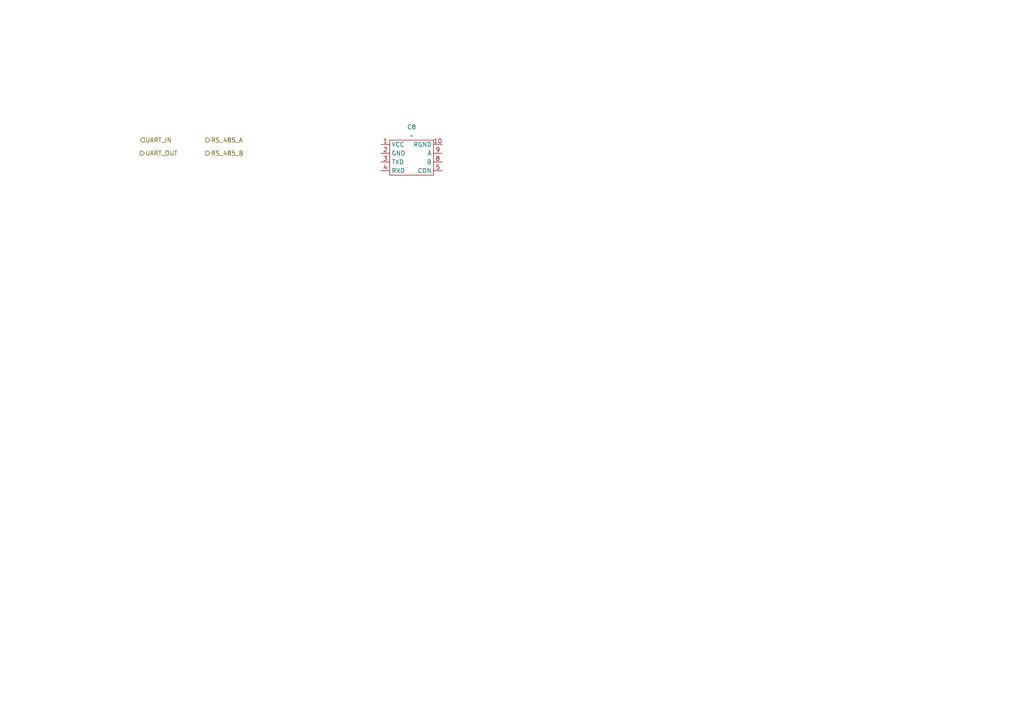
<source format=kicad_sch>
(kicad_sch (version 20250114) (generator "eeschema") (generator_version "9.0")
  (paper "A4")
  (lib_symbols
    (symbol "PCM_SL_Connectors:C2992406"
      (property "Reference" "C2992406" (at -12.954 -3.81 0))
      (symbol "C2992406_0_1"
        (rectangle (start -19.05 -5.08) (end -6.35 -15.24))
      )
      (symbol "C2992406_1_1"
        (pin power_in line (at -21.59 -6.35 0) (length 2.54) (name "VCC") (number "1"))
        (pin bidirectional line (at -21.59 -8.89 0) (length 2.54) (name "GND") (number "2"))
        (pin bidirectional line (at -21.59 -11.43 0) (length 2.54) (name "TXD") (number "3"))
        (pin bidirectional line (at -21.59 -13.97 0) (length 2.54) (name "RXD") (number "4"))
        (pin bidirectional line (at -3.81 -6.35 180) (length 2.54) (name "RGND") (number "10"))
        (pin bidirectional line (at -3.81 -8.89 180) (length 2.54) (name "A") (number "9"))
        (pin bidirectional line (at -3.81 -11.43 180) (length 2.54) (name "B") (number "8"))
        (pin bidirectional line (at -3.81 -13.97 180) (length 2.54) (name "CON") (number "5"))
      )
    )
  )
  (hierarchical_label "RS_485_B" (shape output) (at 59.69 44.45 0))
  (hierarchical_label "UART_IN" (shape input) (at 40.64 40.64 0))
  (hierarchical_label "UART_OUT" (shape output) (at 40.64 44.45 0))
  (hierarchical_label "RS_485_A" (shape output) (at 59.69 40.64 0))
  (symbol (lib_id "PCM_SL_Connectors:C2992406") (at 132.08 35.56 0) (unit 1)
    (property "Reference" "C8" (at 119.38 36.83 0))
    (property "Value" "~" (at 119.38 39.37 0))
    (property "Footprint" "Package_DIP:C2992406" (effects (hide yes)))
  )
)
</source>
